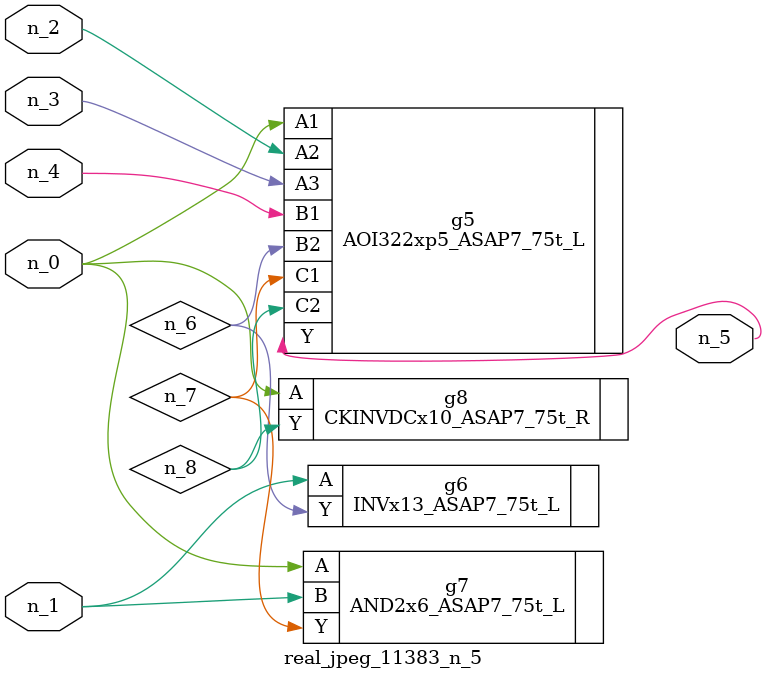
<source format=v>
module real_jpeg_11383_n_5 (n_4, n_0, n_1, n_2, n_3, n_5);

input n_4;
input n_0;
input n_1;
input n_2;
input n_3;

output n_5;

wire n_8;
wire n_6;
wire n_7;

AOI322xp5_ASAP7_75t_L g5 ( 
.A1(n_0),
.A2(n_2),
.A3(n_3),
.B1(n_4),
.B2(n_6),
.C1(n_7),
.C2(n_8),
.Y(n_5)
);

AND2x6_ASAP7_75t_L g7 ( 
.A(n_0),
.B(n_1),
.Y(n_7)
);

CKINVDCx10_ASAP7_75t_R g8 ( 
.A(n_0),
.Y(n_8)
);

INVx13_ASAP7_75t_L g6 ( 
.A(n_1),
.Y(n_6)
);


endmodule
</source>
